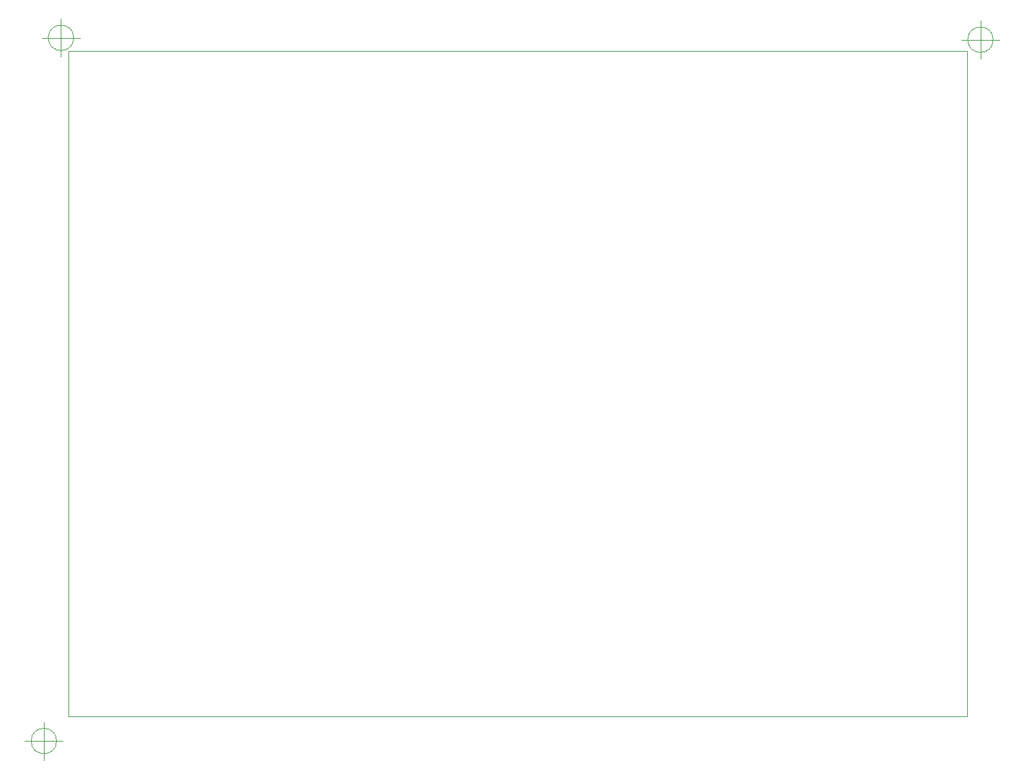
<source format=gbr>
G04 #@! TF.FileFunction,Profile,NP*
%FSLAX46Y46*%
G04 Gerber Fmt 4.6, Leading zero omitted, Abs format (unit mm)*
G04 Created by KiCad (PCBNEW 4.0.2-stable) date 15/08/2016 17:49:35*
%MOMM*%
G01*
G04 APERTURE LIST*
%ADD10C,0.100000*%
G04 APERTURE END LIST*
D10*
X162250000Y-101500000D02*
X158250000Y-101500000D01*
X162250000Y-14250000D02*
X162250000Y-101500000D01*
X158250000Y-14250000D02*
X162250000Y-14250000D01*
X45166666Y-12500000D02*
G75*
G03X45166666Y-12500000I-1666666J0D01*
G01*
X41000000Y-12500000D02*
X46000000Y-12500000D01*
X43500000Y-10000000D02*
X43500000Y-15000000D01*
X42916666Y-104750000D02*
G75*
G03X42916666Y-104750000I-1666666J0D01*
G01*
X38750000Y-104750000D02*
X43750000Y-104750000D01*
X41250000Y-102250000D02*
X41250000Y-107250000D01*
X165666666Y-12750000D02*
G75*
G03X165666666Y-12750000I-1666666J0D01*
G01*
X161500000Y-12750000D02*
X166500000Y-12750000D01*
X164000000Y-10250000D02*
X164000000Y-15250000D01*
X158250000Y-14250000D02*
X158000000Y-14250000D01*
X158000000Y-101500000D02*
X158250000Y-101500000D01*
X158000000Y-14250000D02*
X44500000Y-14250000D01*
X157750000Y-101500000D02*
X158000000Y-101500000D01*
X44500000Y-101500000D02*
X157750000Y-101500000D01*
X44500000Y-14250000D02*
X44500000Y-101500000D01*
M02*

</source>
